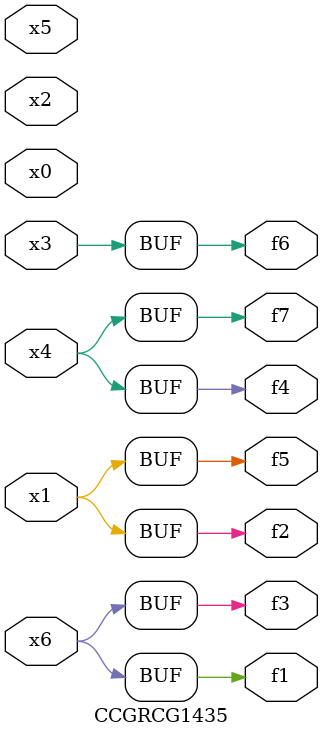
<source format=v>
module CCGRCG1435(
	input x0, x1, x2, x3, x4, x5, x6,
	output f1, f2, f3, f4, f5, f6, f7
);
	assign f1 = x6;
	assign f2 = x1;
	assign f3 = x6;
	assign f4 = x4;
	assign f5 = x1;
	assign f6 = x3;
	assign f7 = x4;
endmodule

</source>
